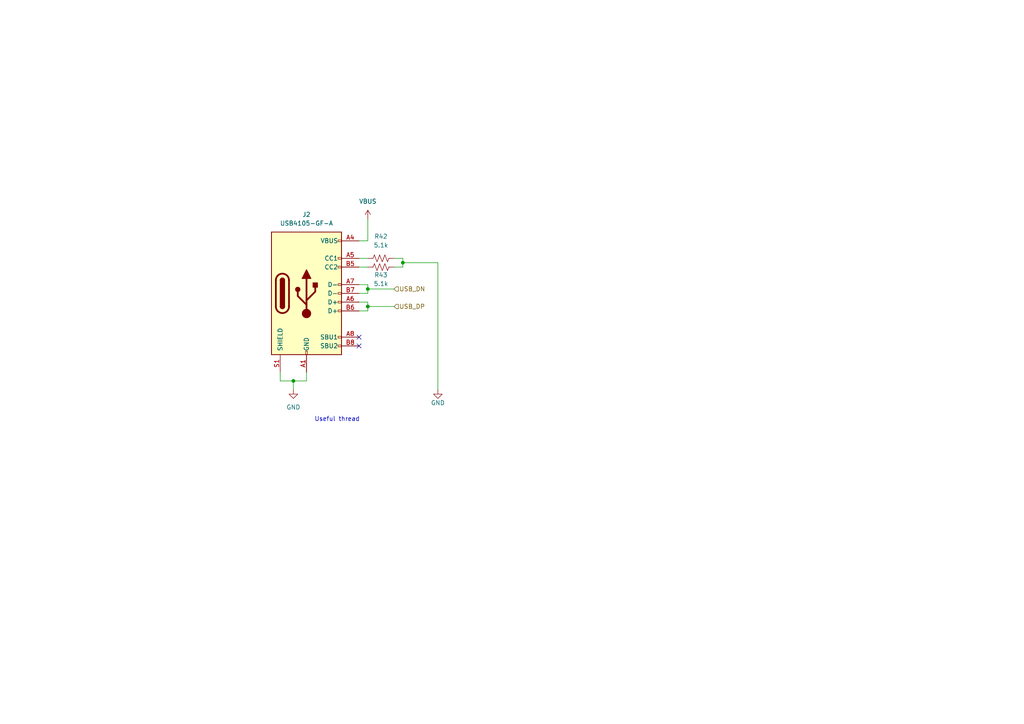
<source format=kicad_sch>
(kicad_sch (version 20250114) (generator "eeschema") (generator_version "9.0")
  (paper "A4")
  (lib_symbols
    (symbol "Connector:USB_C_Receptacle_USB2.0_16P" (pin_names (offset 1.016))
      (property "Reference" "J" (at 0 22.225 0))
      (property "Value" "USB_C_Receptacle_USB2.0_16P" (at 0 19.685 0))
      (symbol "USB_C_Receptacle_USB2.0_16P_0_0"
        (rectangle (start -0.254 -17.78) (end 0.254 -16.764))
        (rectangle (start 10.16 15.494) (end 9.144 14.986))
        (rectangle (start 10.16 10.414) (end 9.144 9.906))
        (rectangle (start 10.16 7.874) (end 9.144 7.366))
        (rectangle (start 10.16 2.794) (end 9.144 2.286))
        (rectangle (start 10.16 0.254) (end 9.144 -0.254))
        (rectangle (start 10.16 -2.286) (end 9.144 -2.794))
        (rectangle (start 10.16 -4.826) (end 9.144 -5.334))
        (rectangle (start 10.16 -12.446) (end 9.144 -12.954))
        (rectangle (start 10.16 -14.986) (end 9.144 -15.494))
      )
      (symbol "USB_C_Receptacle_USB2.0_16P_0_1"
        (rectangle (start -10.16 17.78) (end 10.16 -17.78) (stroke (width 0.254)) (fill (type background)))
        (polyline (pts (xy -8.89 -3.81) (xy -8.89 3.81)) (stroke (width 0.508)))
        (rectangle (start -7.62 -3.81) (end -6.35 3.81) (stroke (width 0.254)) (fill (type outline)))
        (arc (start -7.62 3.81) (mid -6.985 4.4423) (end -6.35 3.81) (stroke (width 0.254)))
        (arc (start -7.62 3.81) (mid -6.985 4.4423) (end -6.35 3.81) (stroke (width 0.254)) (fill (type outline)))
        (arc (start -8.89 3.81) (mid -6.985 5.7067) (end -5.08 3.81) (stroke (width 0.508)))
        (arc (start -5.08 -3.81) (mid -6.985 -5.7067) (end -8.89 -3.81) (stroke (width 0.508)))
        (arc (start -6.35 -3.81) (mid -6.985 -4.4423) (end -7.62 -3.81) (stroke (width 0.254)))
        (arc (start -6.35 -3.81) (mid -6.985 -4.4423) (end -7.62 -3.81) (stroke (width 0.254)) (fill (type outline)))
        (polyline (pts (xy -5.08 3.81) (xy -5.08 -3.81)) (stroke (width 0.508)))
        (circle (center -2.54 1.143) (radius 0.635) (stroke (width 0.254)) (fill (type outline)))
        (polyline (pts (xy -1.27 4.318) (xy 0 6.858) (xy 1.27 4.318) (xy -1.27 4.318)) (stroke (width 0.254)) (fill (type outline)))
        (polyline (pts (xy 0 -2.032) (xy 2.54 0.508) (xy 2.54 1.778)) (stroke (width 0.508)))
        (polyline (pts (xy 0 -3.302) (xy -2.54 -0.762) (xy -2.54 0.508)) (stroke (width 0.508)))
        (polyline (pts (xy 0 -5.842) (xy 0 4.318)) (stroke (width 0.508)))
        (circle (center 0 -5.842) (radius 1.27) (fill (type outline)))
        (rectangle (start 1.905 1.778) (end 3.175 3.048) (stroke (width 0.254)) (fill (type outline)))
      )
      (symbol "USB_C_Receptacle_USB2.0_16P_1_1"
        (pin passive line (at -7.62 -22.86 90) (length 5.08) (name "SHIELD") (number "S1"))
        (pin passive line (at 0 -22.86 90) (length 5.08) (name "GND") (number "A1"))
        (pin passive line (at 0 -22.86 90) (length 5.08) (hide yes) (name "GND") (number "A12"))
        (pin passive line (at 0 -22.86 90) (length 5.08) (hide yes) (name "GND") (number "B1"))
        (pin passive line (at 0 -22.86 90) (length 5.08) (hide yes) (name "GND") (number "B12"))
        (pin passive line (at 15.24 15.24 180) (length 5.08) (name "VBUS") (number "A4"))
        (pin passive line (at 15.24 15.24 180) (length 5.08) (hide yes) (name "VBUS") (number "A9"))
        (pin passive line (at 15.24 15.24 180) (length 5.08) (hide yes) (name "VBUS") (number "B4"))
        (pin passive line (at 15.24 15.24 180) (length 5.08) (hide yes) (name "VBUS") (number "B9"))
        (pin bidirectional line (at 15.24 10.16 180) (length 5.08) (name "CC1") (number "A5"))
        (pin bidirectional line (at 15.24 7.62 180) (length 5.08) (name "CC2") (number "B5"))
        (pin bidirectional line (at 15.24 2.54 180) (length 5.08) (name "D-") (number "A7"))
        (pin bidirectional line (at 15.24 0 180) (length 5.08) (name "D-") (number "B7"))
        (pin bidirectional line (at 15.24 -2.54 180) (length 5.08) (name "D+") (number "A6"))
        (pin bidirectional line (at 15.24 -5.08 180) (length 5.08) (name "D+") (number "B6"))
        (pin bidirectional line (at 15.24 -12.7 180) (length 5.08) (name "SBU1") (number "A8"))
        (pin bidirectional line (at 15.24 -15.24 180) (length 5.08) (name "SBU2") (number "B8"))
      )
    )
    (symbol "Device:R_US" (pin_numbers (hide yes)) (pin_names (offset 0))
      (property "Reference" "R" (at 2.54 0 90))
      (property "Value" "R_US" (at -2.54 0 90))
      (symbol "R_US_0_1"
        (polyline (pts (xy 0 2.286) (xy 0 2.54)))
        (polyline (pts (xy 0 2.286) (xy 1.016 1.905) (xy 0 1.524) (xy -1.016 1.143) (xy 0 0.762)))
        (polyline (pts (xy 0 0.762) (xy 1.016 0.381) (xy 0 0) (xy -1.016 -0.381) (xy 0 -0.762)))
        (polyline (pts (xy 0 -0.762) (xy 1.016 -1.143) (xy 0 -1.524) (xy -1.016 -1.905) (xy 0 -2.286)))
        (polyline (pts (xy 0 -2.286) (xy 0 -2.54)))
      )
      (symbol "R_US_1_1"
        (pin passive line (at 0 3.81 270) (length 1.27) (name "~") (number "1"))
        (pin passive line (at 0 -3.81 90) (length 1.27) (name "~") (number "2"))
      )
    )
    (symbol "power:GND" (power) (pin_numbers (hide yes)) (pin_names (offset 0) (hide yes))
      (property "Value" "GND" (at 0 -3.81 0))
      (symbol "GND_0_1"
        (polyline (pts (xy 0 0) (xy 0 -1.27) (xy 1.27 -1.27) (xy 0 -2.54) (xy -1.27 -1.27) (xy 0 -1.27)))
      )
      (symbol "GND_1_1"
        (pin power_in line (at 0 0 270) (length 0) (name "~") (number "1"))
      )
    )
    (symbol "power:VBUS" (power) (pin_numbers (hide yes)) (pin_names (offset 0) (hide yes))
      (property "Value" "VBUS" (at 0 3.556 0))
      (symbol "VBUS_0_1"
        (polyline (pts (xy -0.762 1.27) (xy 0 2.54)))
        (polyline (pts (xy 0 2.54) (xy 0.762 1.27)))
        (polyline (pts (xy 0 0) (xy 0 2.54)))
      )
      (symbol "VBUS_1_1"
        (pin power_in line (at 0 0 90) (length 0) (name "~") (number "1"))
      )
    )
  )
  (text "Useful thread" (at 97.79 121.666 0) (effects (font (size 1.27 1.27))))
  (junction (at 85.09 110.49))
  (junction (at 106.68 83.82))
  (junction (at 116.84 76.2))
  (junction (at 106.68 88.9))
  (no_connect (at 104.14 97.79))
  (no_connect (at 104.14 100.33))
  (wire (pts (xy 104.14 87.63) (xy 106.68 87.63)))
  (wire (pts (xy 116.84 77.47) (xy 114.3 77.47)))
  (wire (pts (xy 85.09 110.49) (xy 88.9 110.49)))
  (wire (pts (xy 106.68 85.09) (xy 104.14 85.09)))
  (wire (pts (xy 81.28 107.95) (xy 81.28 110.49)))
  (wire (pts (xy 106.68 88.9) (xy 106.68 90.17)))
  (wire (pts (xy 106.68 90.17) (xy 104.14 90.17)))
  (wire (pts (xy 104.14 82.55) (xy 106.68 82.55)))
  (wire (pts (xy 104.14 77.47) (xy 106.68 77.47)))
  (wire (pts (xy 127 76.2) (xy 116.84 76.2)))
  (wire (pts (xy 116.84 74.93) (xy 116.84 76.2)))
  (wire (pts (xy 106.68 83.82) (xy 106.68 85.09)))
  (wire (pts (xy 81.28 110.49) (xy 85.09 110.49)))
  (wire (pts (xy 104.14 74.93) (xy 106.68 74.93)))
  (wire (pts (xy 106.68 69.85) (xy 104.14 69.85)))
  (wire (pts (xy 106.68 88.9) (xy 114.3 88.9)))
  (wire (pts (xy 106.68 87.63) (xy 106.68 88.9)))
  (wire (pts (xy 116.84 76.2) (xy 116.84 77.47)))
  (wire (pts (xy 114.3 74.93) (xy 116.84 74.93)))
  (wire (pts (xy 88.9 110.49) (xy 88.9 107.95)))
  (wire (pts (xy 106.68 69.85) (xy 106.68 63.5)))
  (wire (pts (xy 106.68 83.82) (xy 114.3 83.82)))
  (wire (pts (xy 106.68 82.55) (xy 106.68 83.82)))
  (wire (pts (xy 85.09 110.49) (xy 85.09 113.03)))
  (wire (pts (xy 127 113.03) (xy 127 76.2)))
  (hierarchical_label "USB_DN" (shape input) (at 114.3 83.82 0))
  (hierarchical_label "USB_DP" (shape input) (at 114.3 88.9 0))
  (symbol (lib_id "power:GND") (at 85.09 113.03 0) (unit 1)
    (property "Reference" "#PWR038" (effects (hide yes)))
    (property "Value" "GND" (at 85.09 118.11 0))
    (property "Description" "Power symbol creates a global label with name \"GND\" , ground" (effects (hide yes)))
  )
  (symbol (lib_id "power:VBUS") (at 106.68 63.5 0) (unit 1)
    (property "Reference" "#PWR037" (effects (hide yes)))
    (property "Value" "VBUS" (at 106.68 58.42 0))
    (property "Description" "Power symbol creates a global label with name \"VBUS\"" (effects (hide yes)))
  )
  (symbol (lib_id "Connector:USB_C_Receptacle_USB2.0_16P") (at 88.9 85.09 0) (unit 1)
    (property "Reference" "J2" (at 88.9 62.23 0))
    (property "Value" "USB4105-GF-A" (at 88.9 64.77 0))
    (property "Footprint" "Connector_USB:USB_C_Receptacle_GCT_USB4105-xx-A_16P_TopMnt_Horizontal" (effects (hide yes)))
    (property "Datasheet" "https://www.usb.org/sites/default/files/documents/usb_type-c.zip" (effects (hide yes)))
    (property "Description" "USB 2.0-only 16P Type-C Receptacle connector" (effects (hide yes)))
  )
  (symbol (lib_id "Device:R_US") (at 110.49 77.47 90) (unit 1)
    (property "Reference" "R43" (at 110.49 79.756 90))
    (property "Value" "5.1k" (at 110.49 82.296 90))
    (property "Footprint" "Resistor_SMD:R_0603_1608Metric" (effects (hide yes)))
    (property "Description" "Resistor, US symbol" (effects (hide yes)))
  )
  (symbol (lib_id "Device:R_US") (at 110.49 74.93 90) (unit 1)
    (property "Reference" "R42" (at 110.49 68.58 90))
    (property "Value" "5.1k" (at 110.49 71.12 90))
    (property "Footprint" "Resistor_SMD:R_0603_1608Metric" (effects (hide yes)))
    (property "Description" "Resistor, US symbol" (effects (hide yes)))
  )
  (symbol (lib_id "power:GND") (at 127 113.03 0) (unit 1)
    (property "Reference" "#PWR039" (effects (hide yes)))
    (property "Value" "GND" (at 127 116.84 0))
    (property "Description" "Power symbol creates a global label with name \"GND\" , ground" (effects (hide yes)))
  )
)
</source>
